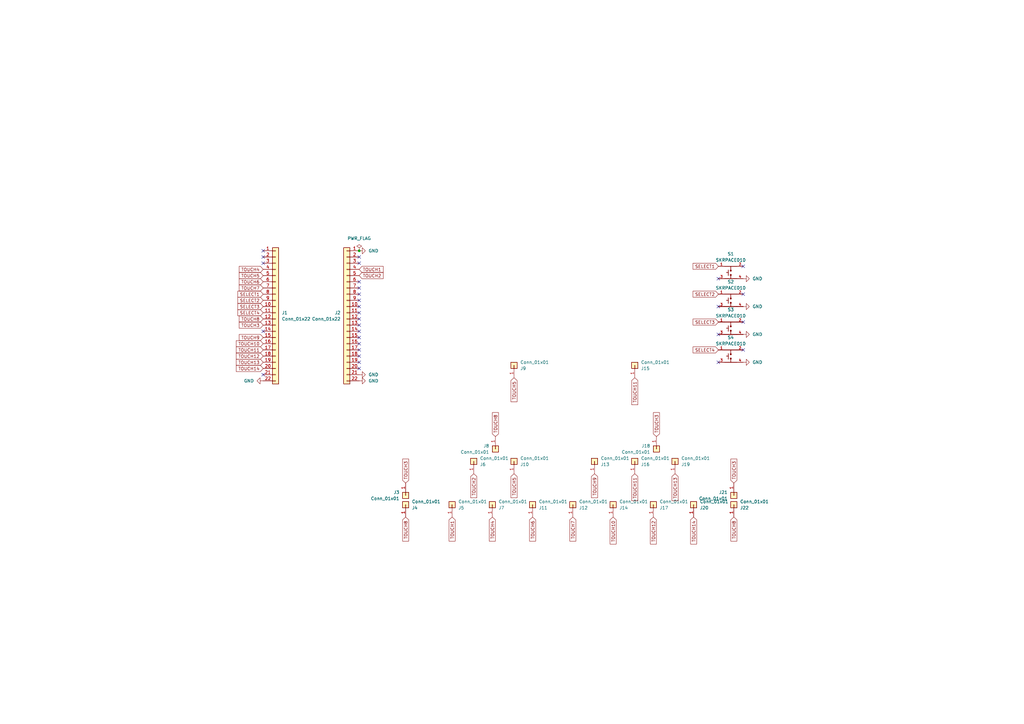
<source format=kicad_sch>
(kicad_sch (version 20231120) (generator "eeschema") (generator_version "8.0")
  (paper "A3")
  (lib_symbols
    (symbol "Connector_Generic:Conn_01x01" (pin_names (offset 1.016) hide)
      (property "Reference" "J" (at 0 2.54 0))
      (property "Value" "Conn_01x01" (at 0 -2.54 0))
      (symbol "Conn_01x01_1_1"
        (rectangle (start -1.27 0.127) (end 0 -0.127) (stroke (width 0.1524)))
        (rectangle (start -1.27 1.27) (end 1.27 -1.27) (stroke (width 0.254)) (fill (type background)))
        (pin passive line (at -5.08 0 0) (length 3.81) (name "Pin_1") (number "1"))
      )
    )
    (symbol "Connector_Generic:Conn_01x22" (pin_names (offset 1.016) hide)
      (property "Reference" "J" (at 0 27.94 0))
      (property "Value" "Conn_01x22" (at 0 -30.48 0))
      (symbol "Conn_01x22_1_1"
        (rectangle (start -1.27 -27.813) (end 0 -28.067) (stroke (width 0.1524)))
        (rectangle (start -1.27 -25.273) (end 0 -25.527) (stroke (width 0.1524)))
        (rectangle (start -1.27 -22.733) (end 0 -22.987) (stroke (width 0.1524)))
        (rectangle (start -1.27 -20.193) (end 0 -20.447) (stroke (width 0.1524)))
        (rectangle (start -1.27 -17.653) (end 0 -17.907) (stroke (width 0.1524)))
        (rectangle (start -1.27 -15.113) (end 0 -15.367) (stroke (width 0.1524)))
        (rectangle (start -1.27 -12.573) (end 0 -12.827) (stroke (width 0.1524)))
        (rectangle (start -1.27 -10.033) (end 0 -10.287) (stroke (width 0.1524)))
        (rectangle (start -1.27 -7.493) (end 0 -7.747) (stroke (width 0.1524)))
        (rectangle (start -1.27 -4.953) (end 0 -5.207) (stroke (width 0.1524)))
        (rectangle (start -1.27 -2.413) (end 0 -2.667) (stroke (width 0.1524)))
        (rectangle (start -1.27 0.127) (end 0 -0.127) (stroke (width 0.1524)))
        (rectangle (start -1.27 2.667) (end 0 2.413) (stroke (width 0.1524)))
        (rectangle (start -1.27 5.207) (end 0 4.953) (stroke (width 0.1524)))
        (rectangle (start -1.27 7.747) (end 0 7.493) (stroke (width 0.1524)))
        (rectangle (start -1.27 10.287) (end 0 10.033) (stroke (width 0.1524)))
        (rectangle (start -1.27 12.827) (end 0 12.573) (stroke (width 0.1524)))
        (rectangle (start -1.27 15.367) (end 0 15.113) (stroke (width 0.1524)))
        (rectangle (start -1.27 17.907) (end 0 17.653) (stroke (width 0.1524)))
        (rectangle (start -1.27 20.447) (end 0 20.193) (stroke (width 0.1524)))
        (rectangle (start -1.27 22.987) (end 0 22.733) (stroke (width 0.1524)))
        (rectangle (start -1.27 25.527) (end 0 25.273) (stroke (width 0.1524)))
        (rectangle (start -1.27 26.67) (end 1.27 -29.21) (stroke (width 0.254)) (fill (type background)))
        (pin passive line (at -5.08 25.4 0) (length 3.81) (name "Pin_1") (number "1"))
        (pin passive line (at -5.08 2.54 0) (length 3.81) (name "Pin_10") (number "10"))
        (pin passive line (at -5.08 0 0) (length 3.81) (name "Pin_11") (number "11"))
        (pin passive line (at -5.08 -2.54 0) (length 3.81) (name "Pin_12") (number "12"))
        (pin passive line (at -5.08 -5.08 0) (length 3.81) (name "Pin_13") (number "13"))
        (pin passive line (at -5.08 -7.62 0) (length 3.81) (name "Pin_14") (number "14"))
        (pin passive line (at -5.08 -10.16 0) (length 3.81) (name "Pin_15") (number "15"))
        (pin passive line (at -5.08 -12.7 0) (length 3.81) (name "Pin_16") (number "16"))
        (pin passive line (at -5.08 -15.24 0) (length 3.81) (name "Pin_17") (number "17"))
        (pin passive line (at -5.08 -17.78 0) (length 3.81) (name "Pin_18") (number "18"))
        (pin passive line (at -5.08 -20.32 0) (length 3.81) (name "Pin_19") (number "19"))
        (pin passive line (at -5.08 22.86 0) (length 3.81) (name "Pin_2") (number "2"))
        (pin passive line (at -5.08 -22.86 0) (length 3.81) (name "Pin_20") (number "20"))
        (pin passive line (at -5.08 -25.4 0) (length 3.81) (name "Pin_21") (number "21"))
        (pin passive line (at -5.08 -27.94 0) (length 3.81) (name "Pin_22") (number "22"))
        (pin passive line (at -5.08 20.32 0) (length 3.81) (name "Pin_3") (number "3"))
        (pin passive line (at -5.08 17.78 0) (length 3.81) (name "Pin_4") (number "4"))
        (pin passive line (at -5.08 15.24 0) (length 3.81) (name "Pin_5") (number "5"))
        (pin passive line (at -5.08 12.7 0) (length 3.81) (name "Pin_6") (number "6"))
        (pin passive line (at -5.08 10.16 0) (length 3.81) (name "Pin_7") (number "7"))
        (pin passive line (at -5.08 7.62 0) (length 3.81) (name "Pin_8") (number "8"))
        (pin passive line (at -5.08 5.08 0) (length 3.81) (name "Pin_9") (number "9"))
      )
    )
    (symbol "SKRPACE010:SKRPACE010" (pin_names (offset 1.016))
      (property "Reference" "S" (at -2.5431 5.0863 0))
      (property "Value" "SKRPACE010" (at -2.5442 -5.0884 0))
      (symbol "SKRPACE010_0_0"
        (circle (center 0 -1.016) (radius 0.254) (stroke (width 0.254)))
        (polyline (pts (xy -5.08 2.54) (xy 5.08 2.54)) (stroke (width 0.254)))
        (polyline (pts (xy -2.54 -2.54) (xy 0 -2.54)) (stroke (width 0.254)))
        (polyline (pts (xy -2.54 2.54) (xy 0 2.54)) (stroke (width 0.254)))
        (polyline (pts (xy -1.016 0) (xy -1.778 0)) (stroke (width 0.254)))
        (polyline (pts (xy -1.016 0) (xy -1.016 -1.27)) (stroke (width 0.254)))
        (polyline (pts (xy -1.016 1.016) (xy -1.016 0)) (stroke (width 0.254)))
        (polyline (pts (xy 0 -2.54) (xy 2.54 -2.54)) (stroke (width 0.254)))
        (polyline (pts (xy 0 -1.016) (xy 0 -2.54)) (stroke (width 0.254)))
        (polyline (pts (xy 0 0.762) (xy 0 2.54)) (stroke (width 0.254)))
        (polyline (pts (xy 0 2.54) (xy 2.54 2.54)) (stroke (width 0.254)))
        (polyline (pts (xy 5.08 -2.54) (xy -5.08 -2.54)) (stroke (width 0.254)))
        (circle (center 0 0.762) (radius 0.254) (stroke (width 0.254)))
      )
      (symbol "SKRPACE010_1_0"
        (pin passive line (at -5.08 2.54 0) (length 2.54) (name "~") (number "1"))
        (pin passive line (at 5.08 2.54 180) (length 2.54) (name "~") (number "2"))
        (pin passive line (at -5.08 -2.54 0) (length 2.54) (name "~") (number "3"))
        (pin passive line (at 5.08 -2.54 180) (length 2.54) (name "~") (number "4"))
      )
    )
    (symbol "power:GND" (power) (pin_numbers hide) (pin_names (offset 0) hide)
      (property "Value" "GND" (at 0 -3.81 0))
      (symbol "GND_0_1"
        (polyline (pts (xy 0 0) (xy 0 -1.27) (xy 1.27 -1.27) (xy 0 -2.54) (xy -1.27 -1.27) (xy 0 -1.27)))
      )
      (symbol "GND_1_1"
        (pin power_in line (at 0 0 270) (length 0) (name "~") (number "1"))
      )
    )
    (symbol "power:PWR_FLAG" (power) (pin_numbers hide) (pin_names (offset 0) hide)
      (property "Value" "PWR_FLAG" (at 0 3.81 0))
      (symbol "PWR_FLAG_0_0"
        (pin power_out line (at 0 0 90) (length 0) (name "~") (number "1"))
      )
      (symbol "PWR_FLAG_0_1"
        (polyline (pts (xy 0 0) (xy 0 1.27) (xy -1.016 1.905) (xy 0 2.54) (xy 1.016 1.905) (xy 0 1.27)))
      )
    )
  )
  (junction (at 147.32 102.87))
  (no_connect (at 147.32 146.05))
  (no_connect (at 147.32 135.89))
  (no_connect (at 147.32 130.81))
  (no_connect (at 294.64 148.59))
  (no_connect (at 147.32 107.95))
  (no_connect (at 147.32 151.13))
  (no_connect (at 107.95 135.89))
  (no_connect (at 147.32 140.97))
  (no_connect (at 147.32 123.19))
  (no_connect (at 147.32 125.73))
  (no_connect (at 147.32 105.41))
  (no_connect (at 107.95 107.95))
  (no_connect (at 294.64 125.73))
  (no_connect (at 147.32 133.35))
  (no_connect (at 147.32 118.11))
  (no_connect (at 107.95 105.41))
  (no_connect (at 304.8 132.08))
  (no_connect (at 304.8 120.65))
  (no_connect (at 147.32 148.59))
  (no_connect (at 304.8 109.22))
  (no_connect (at 294.64 114.3))
  (no_connect (at 107.95 102.87))
  (no_connect (at 147.32 128.27))
  (no_connect (at 294.64 137.16))
  (no_connect (at 147.32 115.57))
  (no_connect (at 147.32 138.43))
  (no_connect (at 107.95 153.67))
  (no_connect (at 147.32 143.51))
  (no_connect (at 147.32 120.65))
  (no_connect (at 304.8 143.51))
  (global_label "TOUCH3" (shape input) (at 166.37 198.12 90) (property "Intersheetrefs" "${INTERSHEET_REFS}" (effects (hide yes))))
  (global_label "SELECT1" (shape input) (at 294.64 109.22 180) (property "Intersheetrefs" "${INTERSHEET_REFS}" (effects (hide yes))))
  (global_label "TOUCH11" (shape input) (at 260.35 154.94 270) (property "Intersheetrefs" "${INTERSHEET_REFS}" (effects (hide yes))))
  (global_label "TOUCH8" (shape input) (at 203.2 179.07 90) (property "Intersheetrefs" "${INTERSHEET_REFS}" (effects (hide yes))))
  (global_label "TOUCH12" (shape input) (at 267.97 212.09 270) (property "Intersheetrefs" "${INTERSHEET_REFS}" (effects (hide yes))))
  (global_label "TOUCH11" (shape input) (at 107.95 143.51 180) (property "Intersheetrefs" "${INTERSHEET_REFS}" (effects (hide yes))))
  (global_label "TOUCH8" (shape input) (at 107.95 130.81 180) (property "Intersheetrefs" "${INTERSHEET_REFS}" (effects (hide yes))))
  (global_label "TOUCH10" (shape input) (at 251.46 212.09 270) (property "Intersheetrefs" "${INTERSHEET_REFS}" (effects (hide yes))))
  (global_label "TOUCH4" (shape input) (at 107.95 110.49 180) (property "Intersheetrefs" "${INTERSHEET_REFS}" (effects (hide yes))))
  (global_label "TOUCH5" (shape input) (at 210.82 194.31 270) (property "Intersheetrefs" "${INTERSHEET_REFS}" (effects (hide yes))))
  (global_label "TOUCH7" (shape input) (at 107.95 118.11 180) (property "Intersheetrefs" "${INTERSHEET_REFS}" (effects (hide yes))))
  (global_label "TOUCH8" (shape input) (at 300.99 212.09 270) (property "Intersheetrefs" "${INTERSHEET_REFS}" (effects (hide yes))))
  (global_label "TOUCH11" (shape input) (at 260.35 194.31 270) (property "Intersheetrefs" "${INTERSHEET_REFS}" (effects (hide yes))))
  (global_label "SELECT2" (shape input) (at 107.95 123.19 180) (property "Intersheetrefs" "${INTERSHEET_REFS}" (effects (hide yes))))
  (global_label "TOUCH6" (shape input) (at 218.44 212.09 270) (property "Intersheetrefs" "${INTERSHEET_REFS}" (effects (hide yes))))
  (global_label "TOUCH4" (shape input) (at 201.93 212.09 270) (property "Intersheetrefs" "${INTERSHEET_REFS}" (effects (hide yes))))
  (global_label "TOUCH12" (shape input) (at 107.95 146.05 180) (property "Intersheetrefs" "${INTERSHEET_REFS}" (effects (hide yes))))
  (global_label "TOUCH3" (shape input) (at 107.95 133.35 180) (property "Intersheetrefs" "${INTERSHEET_REFS}" (effects (hide yes))))
  (global_label "TOUCH6" (shape input) (at 107.95 115.57 180) (property "Intersheetrefs" "${INTERSHEET_REFS}" (effects (hide yes))))
  (global_label "SELECT3" (shape input) (at 107.95 125.73 180) (property "Intersheetrefs" "${INTERSHEET_REFS}" (effects (hide yes))))
  (global_label "TOUCH10" (shape input) (at 107.95 140.97 180) (property "Intersheetrefs" "${INTERSHEET_REFS}" (effects (hide yes))))
  (global_label "TOUCH5" (shape input) (at 107.95 113.03 180) (property "Intersheetrefs" "${INTERSHEET_REFS}" (effects (hide yes))))
  (global_label "TOUCH2" (shape input) (at 194.31 194.31 270) (property "Intersheetrefs" "${INTERSHEET_REFS}" (effects (hide yes))))
  (global_label "SELECT2" (shape input) (at 294.64 120.65 180) (property "Intersheetrefs" "${INTERSHEET_REFS}" (effects (hide yes))))
  (global_label "TOUCH3" (shape input) (at 269.24 179.07 90) (property "Intersheetrefs" "${INTERSHEET_REFS}" (effects (hide yes))))
  (global_label "TOUCH9" (shape input) (at 107.95 138.43 180) (property "Intersheetrefs" "${INTERSHEET_REFS}" (effects (hide yes))))
  (global_label "TOUCH1" (shape input) (at 185.42 212.09 270) (property "Intersheetrefs" "${INTERSHEET_REFS}" (effects (hide yes))))
  (global_label "TOUCH3" (shape input) (at 300.99 198.12 90) (property "Intersheetrefs" "${INTERSHEET_REFS}" (effects (hide yes))))
  (global_label "TOUCH7" (shape input) (at 234.95 212.09 270) (property "Intersheetrefs" "${INTERSHEET_REFS}" (effects (hide yes))))
  (global_label "TOUCH13" (shape input) (at 107.95 148.59 180) (property "Intersheetrefs" "${INTERSHEET_REFS}" (effects (hide yes))))
  (global_label "TOUCH8" (shape input) (at 166.37 212.09 270) (property "Intersheetrefs" "${INTERSHEET_REFS}" (effects (hide yes))))
  (global_label "SELECT1" (shape input) (at 107.95 120.65 180) (property "Intersheetrefs" "${INTERSHEET_REFS}" (effects (hide yes))))
  (global_label "TOUCH14" (shape input) (at 284.48 212.09 270) (property "Intersheetrefs" "${INTERSHEET_REFS}" (effects (hide yes))))
  (global_label "SELECT4" (shape input) (at 294.64 143.51 180) (property "Intersheetrefs" "${INTERSHEET_REFS}" (effects (hide yes))))
  (global_label "TOUCH5" (shape input) (at 210.82 154.94 270) (property "Intersheetrefs" "${INTERSHEET_REFS}" (effects (hide yes))))
  (global_label "SELECT4" (shape input) (at 107.95 128.27 180) (property "Intersheetrefs" "${INTERSHEET_REFS}" (effects (hide yes))))
  (global_label "TOUCH2" (shape input) (at 147.32 113.03 0) (property "Intersheetrefs" "${INTERSHEET_REFS}" (effects (hide yes))))
  (global_label "SELECT3" (shape input) (at 294.64 132.08 180) (property "Intersheetrefs" "${INTERSHEET_REFS}" (effects (hide yes))))
  (global_label "TOUCH9" (shape input) (at 243.84 194.31 270) (property "Intersheetrefs" "${INTERSHEET_REFS}" (effects (hide yes))))
  (global_label "TOUCH13" (shape input) (at 276.86 194.31 270) (property "Intersheetrefs" "${INTERSHEET_REFS}" (effects (hide yes))))
  (global_label "TOUCH1" (shape input) (at 147.32 110.49 0) (property "Intersheetrefs" "${INTERSHEET_REFS}" (effects (hide yes))))
  (global_label "TOUCH14" (shape input) (at 107.95 151.13 180) (property "Intersheetrefs" "${INTERSHEET_REFS}" (effects (hide yes))))
  (symbol (lib_id "Connector_Generic:Conn_01x01") (at 300.99 203.2 90) (mirror x) (unit 1)
    (property "Reference" "J21" (at 298.45 201.9299 90) (effects (justify left)))
    (property "Value" "Conn_01x01" (at 298.45 204.4699 90) (effects (justify left)))
    (property "Footprint" "Pad-CapacitiveTouch:Pad-CapacitiveTouch-small" (effects (hide yes)))
    (property "Description" "Generic connector, single row, 01x01, script generated (kicad-library-utils/schlib/autogen/connector/)" (effects (hide yes)))
  )
  (symbol (lib_id "Connector_Generic:Conn_01x01") (at 210.82 149.86 270) (mirror x) (unit 1)
    (property "Reference" "J9" (at 213.36 151.1301 90) (effects (justify left)))
    (property "Value" "Conn_01x01" (at 213.36 148.5901 90) (effects (justify left)))
    (property "Footprint" "Pad-CapacitiveTouch:Pad-CapacitiveTouch-small" (effects (hide yes)))
    (property "Description" "Generic connector, single row, 01x01, script generated (kicad-library-utils/schlib/autogen/connector/)" (effects (hide yes)))
  )
  (symbol (lib_id "Connector_Generic:Conn_01x01") (at 218.44 207.01 270) (mirror x) (unit 1)
    (property "Reference" "J11" (at 220.98 208.2801 90) (effects (justify left)))
    (property "Value" "Conn_01x01" (at 220.98 205.7401 90) (effects (justify left)))
    (property "Footprint" "Pad-CapacitiveTouch:Pad-CapacitiveTouch-small" (effects (hide yes)))
    (property "Description" "Generic connector, single row, 01x01, script generated (kicad-library-utils/schlib/autogen/connector/)" (effects (hide yes)))
  )
  (symbol (lib_id "Connector_Generic:Conn_01x01") (at 267.97 207.01 270) (mirror x) (unit 1)
    (property "Reference" "J17" (at 270.51 208.2801 90) (effects (justify left)))
    (property "Value" "Conn_01x01" (at 270.51 205.7401 90) (effects (justify left)))
    (property "Footprint" "Pad-CapacitiveTouch:Pad-CapacitiveTouch-small" (effects (hide yes)))
    (property "Description" "Generic connector, single row, 01x01, script generated (kicad-library-utils/schlib/autogen/connector/)" (effects (hide yes)))
  )
  (symbol (lib_id "power:GND") (at 147.32 102.87 90) (unit 1)
    (property "Reference" "#PWR02" (effects (hide yes)))
    (property "Value" "GND" (at 151.13 102.8699 90) (effects (justify right)))
    (property "Description" "Power symbol creates a global label with name \"GND\" , ground" (effects (hide yes)))
  )
  (symbol (lib_id "Connector_Generic:Conn_01x01") (at 194.31 189.23 270) (mirror x) (unit 1)
    (property "Reference" "J6" (at 196.85 190.5001 90) (effects (justify left)))
    (property "Value" "Conn_01x01" (at 196.85 187.9601 90) (effects (justify left)))
    (property "Footprint" "Pad-CapacitiveTouch:Pad-CapacitiveTouch-small" (effects (hide yes)))
    (property "Description" "Generic connector, single row, 01x01, script generated (kicad-library-utils/schlib/autogen/connector/)" (effects (hide yes)))
  )
  (symbol (lib_id "Connector_Generic:Conn_01x01") (at 243.84 189.23 270) (mirror x) (unit 1)
    (property "Reference" "J13" (at 246.38 190.5001 90) (effects (justify left)))
    (property "Value" "Conn_01x01" (at 246.38 187.9601 90) (effects (justify left)))
    (property "Footprint" "Pad-CapacitiveTouch:Pad-CapacitiveTouch-small" (effects (hide yes)))
    (property "Description" "Generic connector, single row, 01x01, script generated (kicad-library-utils/schlib/autogen/connector/)" (effects (hide yes)))
  )
  (symbol (lib_id "Connector_Generic:Conn_01x01") (at 166.37 207.01 270) (mirror x) (unit 1)
    (property "Reference" "J4" (at 168.91 208.2801 90) (effects (justify left)))
    (property "Value" "Conn_01x01" (at 168.91 205.7401 90) (effects (justify left)))
    (property "Footprint" "Pad-CapacitiveTouch:Pad-CapacitiveTouch-small" (effects (hide yes)))
    (property "Description" "Generic connector, single row, 01x01, script generated (kicad-library-utils/schlib/autogen/connector/)" (effects (hide yes)))
  )
  (symbol (lib_id "power:GND") (at 147.32 156.21 90) (unit 1)
    (property "Reference" "#PWR04" (effects (hide yes)))
    (property "Value" "GND" (at 151.13 156.2099 90) (effects (justify right)))
    (property "Description" "Power symbol creates a global label with name \"GND\" , ground" (effects (hide yes)))
  )
  (symbol (lib_id "Connector_Generic:Conn_01x01") (at 284.48 207.01 270) (mirror x) (unit 1)
    (property "Reference" "J20" (at 287.02 208.2801 90) (effects (justify left)))
    (property "Value" "Conn_01x01" (at 287.02 205.7401 90) (effects (justify left)))
    (property "Footprint" "Pad-CapacitiveTouch:Pad-CapacitiveTouch-small" (effects (hide yes)))
    (property "Description" "Generic connector, single row, 01x01, script generated (kicad-library-utils/schlib/autogen/connector/)" (effects (hide yes)))
  )
  (symbol (lib_id "SKRPACE010:SKRPACE010") (at 299.72 134.62 0) (unit 1)
    (property "Reference" "S3" (at 299.72 127 0))
    (property "Value" "SKRPACE010" (at 299.72 129.54 0))
    (property "Footprint" "SKRPACE010:SKRPACE010" (effects (hide yes)))
    (property "MF" "ALPS" (effects (hide yes)))
    (property "Description_1" "\n                        \n                            Switch Tactile N.O. SPST Button J-Bend 0.05A 16VDC 2.55N SMD Automotive T/R\n                        \n" (effects (hide yes)))
    (property "Package" "None" (effects (hide yes)))
    (property "Price" "None" (effects (hide yes)))
    (property "Check_prices" "https://www.snapeda.com/parts/SKRPACE010/ALPS/view-part/?ref=eda" (effects (hide yes)))
    (property "STANDARD" "Maniufacturer Recommendations" (effects (hide yes)))
    (property "SnapEDA_Link" "https://www.snapeda.com/parts/SKRPACE010/ALPS/view-part/?ref=snap" (effects (hide yes)))
    (property "MP" "SKRPACE010" (effects (hide yes)))
    (property "Availability" "In Stock" (effects (hide yes)))
    (property "MANUFACTURER" "ALPS" (effects (hide yes)))
  )
  (symbol (lib_id "power:GND") (at 147.32 153.67 90) (unit 1)
    (property "Reference" "#PWR03" (effects (hide yes)))
    (property "Value" "GND" (at 151.13 153.6699 90) (effects (justify right)))
    (property "Description" "Power symbol creates a global label with name \"GND\" , ground" (effects (hide yes)))
  )
  (symbol (lib_id "Connector_Generic:Conn_01x01") (at 269.24 184.15 90) (mirror x) (unit 1)
    (property "Reference" "J18" (at 266.7 182.8799 90) (effects (justify left)))
    (property "Value" "Conn_01x01" (at 266.7 185.4199 90) (effects (justify left)))
    (property "Footprint" "Pad-CapacitiveTouch:Pad-CapacitiveTouch-small" (effects (hide yes)))
    (property "Description" "Generic connector, single row, 01x01, script generated (kicad-library-utils/schlib/autogen/connector/)" (effects (hide yes)))
  )
  (symbol (lib_id "SKRPACE010:SKRPACE010") (at 299.72 146.05 0) (unit 1)
    (property "Reference" "S4" (at 299.72 138.43 0))
    (property "Value" "SKRPACE010" (at 299.72 140.97 0))
    (property "Footprint" "SKRPACE010:SKRPACE010" (effects (hide yes)))
  )
  (symbol (lib_id "power:GND") (at 304.8 148.59 90) (unit 1)
    (property "Reference" "#PWR08" (effects (hide yes)))
    (property "Value" "GND" (at 308.61 148.5899 90) (effects (justify right)))
    (property "Description" "Power symbol creates a global label with name \"GND\" , ground" (effects (hide yes)))
  )
  (symbol (lib_id "Connector_Generic:Conn_01x22") (at 142.24 128.27 0) (mirror y) (unit 1)
    (property "Reference" "J2" (at 139.7 128.2699 0) (effects (justify left)))
    (property "Value" "Conn_01x22" (at 139.7 130.8099 0) (effects (justify left)))
    (property "Footprint" "Connector_PinHeader_2.54mm:PinHeader_1x22_P2.54mm_Vertical" (effects (hide yes)))
    (property "Description" "Generic connector, single row, 01x22, script generated (kicad-library-utils/schlib/autogen/connector/)" (effects (hide yes)))
  )
  (symbol (lib_id "Connector_Generic:Conn_01x01") (at 260.35 149.86 270) (mirror x) (unit 1)
    (property "Reference" "J15" (at 262.89 151.1301 90) (effects (justify left)))
    (property "Value" "Conn_01x01" (at 262.89 148.5901 90) (effects (justify left)))
    (property "Footprint" "Pad-CapacitiveTouch:Pad-CapacitiveTouch-small" (effects (hide yes)))
    (property "Description" "Generic connector, single row, 01x01, script generated (kicad-library-utils/schlib/autogen/connector/)" (effects (hide yes)))
  )
  (symbol (lib_id "Connector_Generic:Conn_01x01") (at 300.99 207.01 270) (mirror x) (unit 1)
    (property "Reference" "J22" (at 303.53 208.2801 90) (effects (justify left)))
    (property "Value" "Conn_01x01" (at 303.53 205.7401 90) (effects (justify left)))
    (property "Footprint" "Pad-CapacitiveTouch:Pad-CapacitiveTouch-small" (effects (hide yes)))
    (property "Description" "Generic connector, single row, 01x01, script generated (kicad-library-utils/schlib/autogen/connector/)" (effects (hide yes)))
  )
  (symbol (lib_id "SKRPACE010:SKRPACE010") (at 299.72 123.19 0) (unit 1)
    (property "Reference" "S2" (at 299.72 115.57 0))
    (property "Value" "SKRPACE010" (at 299.72 118.11 0))
    (property "Footprint" "SKRPACE010:SKRPACE010" (effects (hide yes)))
    (property "MF" "ALPS" (effects (hide yes)))
    (property "Description_1" "\n                        \n                            Switch Tactile N.O. SPST Button J-Bend 0.05A 16VDC 2.55N SMD Automotive T/R\n                        \n" (effects (hide yes)))
    (property "Package" "None" (effects (hide yes)))
    (property "Price" "None" (effects (hide yes)))
    (property "Check_prices" "https://www.snapeda.com/parts/SKRPACE010/ALPS/view-part/?ref=eda" (effects (hide yes)))
    (property "STANDARD" "Maniufacturer Recommendations" (effects (hide yes)))
    (property "SnapEDA_Link" "https://www.snapeda.com/parts/SKRPACE010/ALPS/view-part/?ref=snap" (effects (hide yes)))
    (property "MP" "SKRPACE010" (effects (hide yes)))
    (property "Availability" "In Stock" (effects (hide yes)))
    (property "MANUFACTURER" "ALPS" (effects (hide yes)))
  )
  (symbol (lib_id "Connector_Generic:Conn_01x01") (at 201.93 207.01 270) (mirror x) (unit 1)
    (property "Reference" "J7" (at 204.47 208.2801 90) (effects (justify left)))
    (property "Value" "Conn_01x01" (at 204.47 205.7401 90) (effects (justify left)))
    (property "Footprint" "Pad-CapacitiveTouch:Pad-CapacitiveTouch-small" (effects (hide yes)))
    (property "Description" "Generic connector, single row, 01x01, script generated (kicad-library-utils/schlib/autogen/connector/)" (effects (hide yes)))
  )
  (symbol (lib_id "Connector_Generic:Conn_01x22") (at 113.03 128.27 0) (unit 1)
    (property "Reference" "J1" (at 115.57 128.2699 0) (effects (justify left)))
    (property "Value" "Conn_01x22" (at 115.57 130.8099 0) (effects (justify left)))
    (property "Footprint" "Connector_PinHeader_2.54mm:PinHeader_1x22_P2.54mm_Vertical" (effects (hide yes)))
    (property "Description" "Generic connector, single row, 01x22, script generated (kicad-library-utils/schlib/autogen/connector/)" (effects (hide yes)))
  )
  (symbol (lib_id "SKRPACE010:SKRPACE010") (at 299.72 111.76 0) (unit 1)
    (property "Reference" "S1" (at 299.72 104.14 0))
    (property "Value" "SKRPACE010" (at 299.72 106.68 0))
    (property "Footprint" "SKRPACE010:SKRPACE010" (effects (hide yes)))
    (property "MF" "ALPS" (effects (hide yes)))
    (property "Description_1" "\n                        \n                            Switch Tactile N.O. SPST Button J-Bend 0.05A 16VDC 2.55N SMD Automotive T/R\n                        \n" (effects (hide yes)))
    (property "Package" "None" (effects (hide yes)))
    (property "Price" "None" (effects (hide yes)))
    (property "Check_prices" "https://www.snapeda.com/parts/SKRPACE010/ALPS/view-part/?ref=eda" (effects (hide yes)))
    (property "STANDARD" "Maniufacturer Recommendations" (effects (hide yes)))
    (property "SnapEDA_Link" "https://www.snapeda.com/parts/SKRPACE010/ALPS/view-part/?ref=snap" (effects (hide yes)))
    (property "MP" "SKRPACE010" (effects (hide yes)))
    (property "Availability" "In Stock" (effects (hide yes)))
    (property "MANUFACTURER" "ALPS" (effects (hide yes)))
  )
  (symbol (lib_id "power:GND") (at 304.8 114.3 90) (unit 1)
    (property "Reference" "#PWR05" (effects (hide yes)))
    (property "Value" "GND" (at 308.61 114.2999 90) (effects (justify right)))
    (property "Description" "Power symbol creates a global label with name \"GND\" , ground" (effects (hide yes)))
  )
  (symbol (lib_id "Connector_Generic:Conn_01x01") (at 234.95 207.01 270) (mirror x) (unit 1)
    (property "Reference" "J12" (at 237.49 208.2801 90) (effects (justify left)))
    (property "Value" "Conn_01x01" (at 237.49 205.7401 90) (effects (justify left)))
    (property "Footprint" "Pad-CapacitiveTouch:Pad-CapacitiveTouch-small" (effects (hide yes)))
    (property "Description" "Generic connector, single row, 01x01, script generated (kicad-library-utils/schlib/autogen/connector/)" (effects (hide yes)))
  )
  (symbol (lib_id "Connector_Generic:Conn_01x01") (at 210.82 189.23 270) (mirror x) (unit 1)
    (property "Reference" "J10" (at 213.36 190.5001 90) (effects (justify left)))
    (property "Value" "Conn_01x01" (at 213.36 187.9601 90) (effects (justify left)))
    (property "Footprint" "Pad-CapacitiveTouch:Pad-CapacitiveTouch-small" (effects (hide yes)))
    (property "Description" "Generic connector, single row, 01x01, script generated (kicad-library-utils/schlib/autogen/connector/)" (effects (hide yes)))
  )
  (symbol (lib_id "power:GND") (at 304.8 125.73 90) (unit 1)
    (property "Reference" "#PWR06" (effects (hide yes)))
    (property "Value" "GND" (at 308.61 125.7299 90) (effects (justify right)))
    (property "Description" "Power symbol creates a global label with name \"GND\" , ground" (effects (hide yes)))
  )
  (symbol (lib_id "power:GND") (at 107.95 156.21 270) (unit 1)
    (property "Reference" "#PWR01" (effects (hide yes)))
    (property "Value" "GND" (at 104.14 156.2099 90) (effects (justify right)))
    (property "Description" "Power symbol creates a global label with name \"GND\" , ground" (effects (hide yes)))
  )
  (symbol (lib_id "Connector_Generic:Conn_01x01") (at 251.46 207.01 270) (mirror x) (unit 1)
    (property "Reference" "J14" (at 254 208.2801 90) (effects (justify left)))
    (property "Value" "Conn_01x01" (at 254 205.7401 90) (effects (justify left)))
    (property "Footprint" "Pad-CapacitiveTouch:Pad-CapacitiveTouch-small" (effects (hide yes)))
    (property "Description" "Generic connector, single row, 01x01, script generated (kicad-library-utils/schlib/autogen/connector/)" (effects (hide yes)))
  )
  (symbol (lib_id "power:GND") (at 304.8 137.16 90) (unit 1)
    (property "Reference" "#PWR07" (effects (hide yes)))
    (property "Value" "GND" (at 308.61 137.1599 90) (effects (justify right)))
    (property "Description" "Power symbol creates a global label with name \"GND\" , ground" (effects (hide yes)))
  )
  (symbol (lib_id "Connector_Generic:Conn_01x01") (at 276.86 189.23 270) (mirror x) (unit 1)
    (property "Reference" "J19" (at 279.4 190.5001 90) (effects (justify left)))
    (property "Value" "Conn_01x01" (at 279.4 187.9601 90) (effects (justify left)))
    (property "Footprint" "Pad-CapacitiveTouch:Pad-CapacitiveTouch-small" (effects (hide yes)))
    (property "Description" "Generic connector, single row, 01x01, script generated (kicad-library-utils/schlib/autogen/connector/)" (effects (hide yes)))
  )
  (symbol (lib_id "Connector_Generic:Conn_01x01") (at 185.42 207.01 270) (mirror x) (unit 1)
    (property "Reference" "J5" (at 187.96 208.2801 90) (effects (justify left)))
    (property "Value" "Conn_01x01" (at 187.96 205.7401 90) (effects (justify left)))
    (property "Footprint" "Pad-CapacitiveTouch:Pad-CapacitiveTouch-small" (effects (hide yes)))
    (property "Description" "Generic connector, single row, 01x01, script generated (kicad-library-utils/schlib/autogen/connector/)" (effects (hide yes)))
  )
  (symbol (lib_id "power:PWR_FLAG") (at 147.32 102.87 0) (unit 1)
    (property "Reference" "#FLG01" (effects (hide yes)))
    (property "Value" "PWR_FLAG" (at 147.32 97.79 0))
    (property "Description" "Special symbol for telling ERC where power comes from" (effects (hide yes)))
  )
  (symbol (lib_id "Connector_Generic:Conn_01x01") (at 203.2 184.15 90) (mirror x) (unit 1)
    (property "Reference" "J8" (at 200.66 182.8799 90) (effects (justify left)))
    (property "Value" "Conn_01x01" (at 200.66 185.4199 90) (effects (justify left)))
    (property "Footprint" "Pad-CapacitiveTouch:Pad-CapacitiveTouch-small" (effects (hide yes)))
    (property "Description" "Generic connector, single row, 01x01, script generated (kicad-library-utils/schlib/autogen/connector/)" (effects (hide yes)))
  )
  (symbol (lib_id "Connector_Generic:Conn_01x01") (at 260.35 189.23 270) (mirror x) (unit 1)
    (property "Reference" "J16" (at 262.89 190.5001 90) (effects (justify left)))
    (property "Value" "Conn_01x01" (at 262.89 187.9601 90) (effects (justify left)))
    (property "Footprint" "Pad-CapacitiveTouch:Pad-CapacitiveTouch-small" (effects (hide yes)))
    (property "Description" "Generic connector, single row, 01x01, script generated (kicad-library-utils/schlib/autogen/connector/)" (effects (hide yes)))
  )
  (symbol (lib_id "Connector_Generic:Conn_01x01") (at 166.37 203.2 90) (mirror x) (unit 1)
    (property "Reference" "J3" (at 163.83 201.9299 90) (effects (justify left)))
    (property "Value" "Conn_01x01" (at 163.83 204.4699 90) (effects (justify left)))
    (property "Footprint" "Pad-CapacitiveTouch:Pad-CapacitiveTouch-small" (effects (hide yes)))
    (property "Description" "Generic connector, single row, 01x01, script generated (kicad-library-utils/schlib/autogen/connector/)" (effects (hide yes)))
  )
)
</source>
